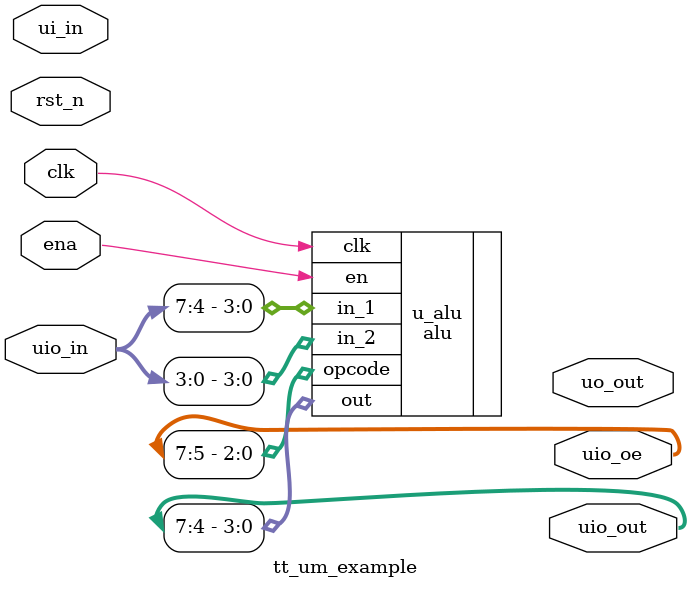
<source format=v>
/*
 * Copyright (c) 2024 Your Name
 * SPDX-License-Identifier: Apache-2.0
 */

`define default_netname none

module tt_um_example (
    input  wire [7:0] ui_in,    // Dedicated inputs
    output wire [7:0] uo_out,   // Dedicated outputs
    input  wire [7:0] uio_in,   // IOs: Input path
    output wire [7:0] uio_out,  // IOs: Output path
    output wire [7:0] uio_oe,   // IOs: Enable path (active high: 0=input, 1=output)
    input  wire       ena,      // will go high when the design is enabled
    input  wire       clk,      // clock
    input  wire       rst_n     // reset_n - low to reset
);
alu u_alu (
  .clk    (clk),  // input, wire, 
  .en     (ena),  // input, wire, 
  .opcode (uio_oe[7:5]),  // input, wire [2:0], 
  .in_1   (uio_in[7:4]),  // input, wire [3:0], 
  .in_2   (uio_in[3:0]),  // input, wire [3:0], 
  .out    (uio_out[7:4] )   // output, wire [3:0], 
);

endmodule

</source>
